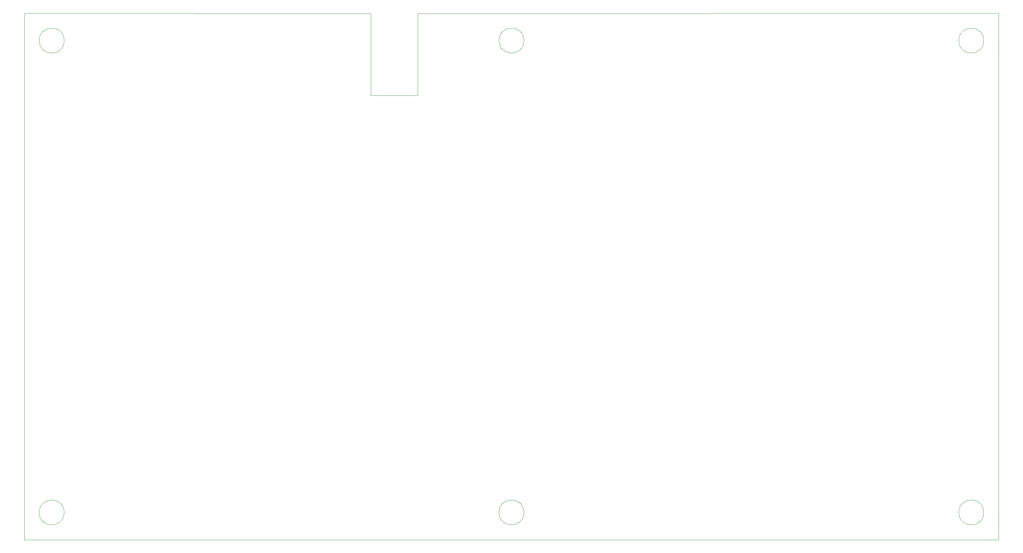
<source format=gbr>
%TF.GenerationSoftware,KiCad,Pcbnew,8.0.1*%
%TF.CreationDate,2024-03-26T13:51:38-04:00*%
%TF.ProjectId,hitbox,68697462-6f78-42e6-9b69-6361645f7063,rev?*%
%TF.SameCoordinates,Original*%
%TF.FileFunction,Profile,NP*%
%FSLAX46Y46*%
G04 Gerber Fmt 4.6, Leading zero omitted, Abs format (unit mm)*
G04 Created by KiCad (PCBNEW 8.0.1) date 2024-03-26 13:51:38*
%MOMM*%
%LPD*%
G01*
G04 APERTURE LIST*
%TA.AperFunction,Profile*%
%ADD10C,0.050000*%
%TD*%
%TA.AperFunction,Profile*%
%ADD11C,0.120000*%
%TD*%
G04 APERTURE END LIST*
D10*
X236200000Y-64500000D02*
G75*
G02*
X229800000Y-64500000I-3200000J0D01*
G01*
X229800000Y-64500000D02*
G75*
G02*
X236200000Y-64500000I3200000J0D01*
G01*
X236200000Y-185500000D02*
G75*
G02*
X229800000Y-185500000I-3200000J0D01*
G01*
X229800000Y-185500000D02*
G75*
G02*
X236200000Y-185500000I3200000J0D01*
G01*
X354200000Y-185500000D02*
G75*
G02*
X347800000Y-185500000I-3200000J0D01*
G01*
X347800000Y-185500000D02*
G75*
G02*
X354200000Y-185500000I3200000J0D01*
G01*
X354200000Y-64500000D02*
G75*
G02*
X347800000Y-64500000I-3200000J0D01*
G01*
X347800000Y-64500000D02*
G75*
G02*
X354200000Y-64500000I3200000J0D01*
G01*
X118200000Y-64500000D02*
G75*
G02*
X111800000Y-64500000I-3200000J0D01*
G01*
X111800000Y-64500000D02*
G75*
G02*
X118200000Y-64500000I3200000J0D01*
G01*
X118200000Y-185500000D02*
G75*
G02*
X111800000Y-185500000I-3200000J0D01*
G01*
X111800000Y-185500000D02*
G75*
G02*
X118200000Y-185500000I3200000J0D01*
G01*
X196914194Y-57514962D02*
X108000000Y-57500000D01*
X358000000Y-57500000D02*
X208914194Y-57514962D01*
X108000000Y-192500000D02*
X358000000Y-192500000D01*
X108000000Y-57500000D02*
X108000000Y-192500000D01*
X358000000Y-192500000D02*
X358000000Y-57500000D01*
D11*
%TO.C,U1*%
X196914194Y-57514962D02*
X196914194Y-78514962D01*
X196914194Y-78514962D02*
X208914194Y-78514962D01*
X208914194Y-78514962D02*
X208914194Y-57514962D01*
%TD*%
M02*

</source>
